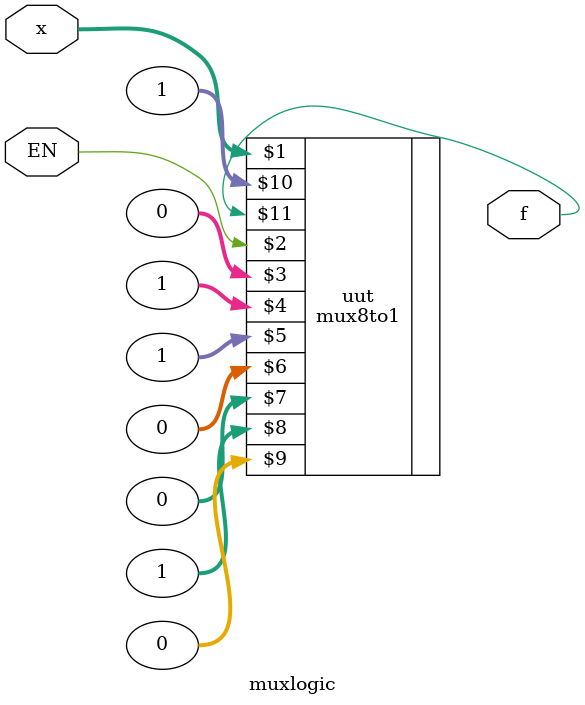
<source format=sv>
`timescale 1ns / 1ps


module muxlogic(
  input logic [2:0]x,//x1,x2,x3
  input logic EN, // SW
  output logic f
    );//LED
  
  mux8to1 uut(x,EN,0,1,1,0,0,1,0,1,f);

endmodule

</source>
